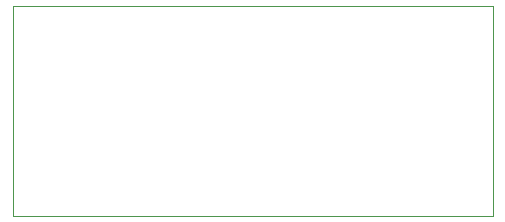
<source format=gbr>
%TF.GenerationSoftware,KiCad,Pcbnew,7.0.10*%
%TF.CreationDate,2024-02-14T05:56:45+09:00*%
%TF.ProjectId,drv8833,64727638-3833-4332-9e6b-696361645f70,rev?*%
%TF.SameCoordinates,Original*%
%TF.FileFunction,Profile,NP*%
%FSLAX46Y46*%
G04 Gerber Fmt 4.6, Leading zero omitted, Abs format (unit mm)*
G04 Created by KiCad (PCBNEW 7.0.10) date 2024-02-14 05:56:45*
%MOMM*%
%LPD*%
G01*
G04 APERTURE LIST*
%TA.AperFunction,Profile*%
%ADD10C,0.100000*%
%TD*%
G04 APERTURE END LIST*
D10*
X99060000Y-55880000D02*
X139700000Y-55880000D01*
X99060000Y-73660000D02*
X99060000Y-55880000D01*
X99060000Y-73660000D02*
X139700000Y-73660000D01*
X139700000Y-73660000D02*
X139700000Y-55880000D01*
M02*

</source>
